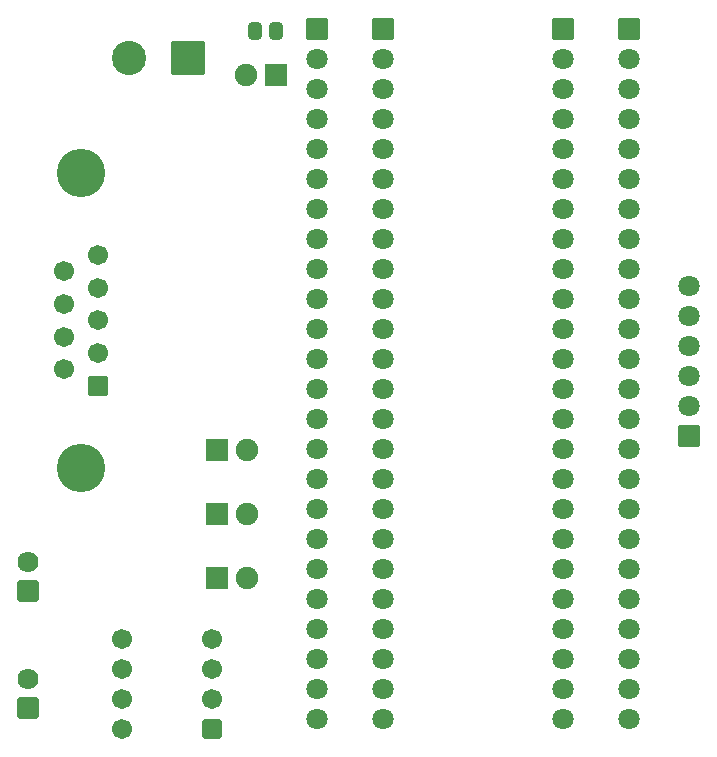
<source format=gbr>
%TF.GenerationSoftware,KiCad,Pcbnew,9.0.5*%
%TF.CreationDate,2025-10-05T13:45:15-05:00*%
%TF.ProjectId,ATO-Encoder-PCB,41544f2d-456e-4636-9f64-65722d504342,rev?*%
%TF.SameCoordinates,Original*%
%TF.FileFunction,Soldermask,Top*%
%TF.FilePolarity,Negative*%
%FSLAX46Y46*%
G04 Gerber Fmt 4.6, Leading zero omitted, Abs format (unit mm)*
G04 Created by KiCad (PCBNEW 9.0.5) date 2025-10-05 13:45:15*
%MOMM*%
%LPD*%
G01*
G04 APERTURE LIST*
G04 Aperture macros list*
%AMRoundRect*
0 Rectangle with rounded corners*
0 $1 Rounding radius*
0 $2 $3 $4 $5 $6 $7 $8 $9 X,Y pos of 4 corners*
0 Add a 4 corners polygon primitive as box body*
4,1,4,$2,$3,$4,$5,$6,$7,$8,$9,$2,$3,0*
0 Add four circle primitives for the rounded corners*
1,1,$1+$1,$2,$3*
1,1,$1+$1,$4,$5*
1,1,$1+$1,$6,$7*
1,1,$1+$1,$8,$9*
0 Add four rect primitives between the rounded corners*
20,1,$1+$1,$2,$3,$4,$5,0*
20,1,$1+$1,$4,$5,$6,$7,0*
20,1,$1+$1,$6,$7,$8,$9,0*
20,1,$1+$1,$8,$9,$2,$3,0*%
G04 Aperture macros list end*
%ADD10RoundRect,0.050800X0.900000X0.900000X-0.900000X0.900000X-0.900000X-0.900000X0.900000X-0.900000X0*%
%ADD11C,1.901600*%
%ADD12RoundRect,0.050800X-0.900000X-0.900000X0.900000X-0.900000X0.900000X0.900000X-0.900000X0.900000X0*%
%ADD13RoundRect,0.274780X-0.288520X-0.476020X0.288520X-0.476020X0.288520X0.476020X-0.288520X0.476020X0*%
%ADD14RoundRect,0.259072X1.191728X1.191728X-1.191728X1.191728X-1.191728X-1.191728X1.191728X-1.191728X0*%
%ADD15C,2.901600*%
%ADD16RoundRect,0.265875X0.584925X0.584925X-0.584925X0.584925X-0.584925X-0.584925X0.584925X-0.584925X0*%
%ADD17C,1.701600*%
%ADD18RoundRect,0.102000X-0.787500X0.787500X-0.787500X-0.787500X0.787500X-0.787500X0.787500X0.787500X0*%
%ADD19C,1.779000*%
%ADD20C,1.801600*%
%ADD21RoundRect,0.050800X-0.850000X-0.850000X0.850000X-0.850000X0.850000X0.850000X-0.850000X0.850000X0*%
%ADD22RoundRect,0.050800X0.850000X0.850000X-0.850000X0.850000X-0.850000X-0.850000X0.850000X-0.850000X0*%
%ADD23RoundRect,0.050800X-0.800000X0.800000X-0.800000X-0.800000X0.800000X-0.800000X0.800000X0.800000X0*%
%ADD24C,4.101600*%
G04 APERTURE END LIST*
D10*
%TO.C,D4*%
X155526326Y-56729615D03*
D11*
X152986326Y-56729615D03*
%TD*%
D12*
%TO.C,D3*%
X150450996Y-99271292D03*
D11*
X152990996Y-99271292D03*
%TD*%
D12*
%TO.C,D2*%
X150450996Y-93871292D03*
D11*
X152990996Y-93871292D03*
%TD*%
D12*
%TO.C,D1*%
X150450996Y-88471292D03*
D11*
X152990996Y-88471292D03*
%TD*%
D13*
%TO.C,R10*%
X153675000Y-53000000D03*
X155500000Y-53000000D03*
%TD*%
D14*
%TO.C,J5*%
X147999999Y-55237433D03*
D15*
X142999999Y-55237433D03*
%TD*%
D16*
%TO.C,IC1*%
X150078300Y-112054127D03*
D17*
X150078300Y-109514127D03*
X150078300Y-106974127D03*
X150078300Y-104434127D03*
X142458300Y-104434127D03*
X142458300Y-106974127D03*
X142458300Y-109514127D03*
X142458300Y-112054127D03*
%TD*%
D18*
%TO.C,J3*%
X134453300Y-100419127D03*
D19*
X134453300Y-97919127D03*
%TD*%
D20*
%TO.C,JP1*%
X158915663Y-111177632D03*
X158915663Y-108637632D03*
X158915663Y-106097632D03*
X158915663Y-103557632D03*
X158915663Y-101017632D03*
X158915663Y-98477632D03*
X158915663Y-95937632D03*
X158915663Y-93397632D03*
X158915663Y-90857632D03*
X158915663Y-88317632D03*
X158915663Y-85777632D03*
X158915663Y-83237632D03*
X158915663Y-80697632D03*
X158915663Y-78157632D03*
X158915663Y-75617632D03*
X158915663Y-73077632D03*
X158915663Y-70537632D03*
X158915663Y-67997632D03*
X158915663Y-65457632D03*
X158915663Y-62917632D03*
X158915663Y-60377632D03*
X158915663Y-57837632D03*
X158915663Y-55297632D03*
D21*
X158915663Y-52757632D03*
%TD*%
D20*
%TO.C,JP2*%
X185412783Y-111177632D03*
X185412783Y-108637632D03*
X185412783Y-106097632D03*
X185412783Y-103557632D03*
X185412783Y-101017632D03*
X185412783Y-98477632D03*
X185412783Y-95937632D03*
X185412783Y-93397632D03*
X185412783Y-90857632D03*
X185412783Y-88317632D03*
X185412783Y-85777632D03*
X185412783Y-83237632D03*
X185412783Y-80697632D03*
X185412783Y-78157632D03*
X185412783Y-75617632D03*
X185412783Y-73077632D03*
X185412783Y-70537632D03*
X185412783Y-67997632D03*
X185412783Y-65457632D03*
X185412783Y-62917632D03*
X185412783Y-60377632D03*
X185412783Y-57837632D03*
X185412783Y-55297632D03*
D21*
X185412783Y-52757632D03*
%TD*%
D18*
%TO.C,J2*%
X134453300Y-110301627D03*
D19*
X134453300Y-107801627D03*
%TD*%
D21*
%TO.C,U$1*%
X179789223Y-52757632D03*
D20*
X179789223Y-55297632D03*
X179789223Y-57837632D03*
X179789223Y-60377632D03*
X179789223Y-62917632D03*
X179789223Y-65457632D03*
X179789223Y-67997632D03*
X179789223Y-70537632D03*
X179789223Y-73077632D03*
X179789223Y-75617632D03*
X179789223Y-78157632D03*
X179789223Y-80697632D03*
X179789223Y-83237632D03*
X179789223Y-85777632D03*
X179789223Y-88317632D03*
X179789223Y-90857632D03*
X179789223Y-93397632D03*
X179789223Y-95937632D03*
X179789223Y-98477632D03*
X179789223Y-101017632D03*
X179789223Y-103557632D03*
X179789223Y-106097632D03*
X179789223Y-108637632D03*
X179789223Y-111177632D03*
X164549223Y-111177632D03*
X164549223Y-108637632D03*
X164549223Y-106097632D03*
X164549223Y-103557632D03*
X164549223Y-101017632D03*
X164549223Y-98477632D03*
X164549223Y-95937632D03*
X164549223Y-93397632D03*
X164549223Y-90857632D03*
X164549223Y-88317632D03*
X164549223Y-85777632D03*
X164549223Y-83237632D03*
X164549223Y-80697632D03*
X164549223Y-78157632D03*
X164549223Y-75617632D03*
X164549223Y-73077632D03*
X164549223Y-70537632D03*
X164549223Y-67997632D03*
X164549223Y-65457632D03*
X164549223Y-62917632D03*
X164549223Y-60377632D03*
X164549223Y-57837632D03*
X164549223Y-55297632D03*
D21*
X164549223Y-52757632D03*
%TD*%
D20*
%TO.C,J4*%
X190483771Y-74559001D03*
X190483771Y-77099001D03*
X190483771Y-79639001D03*
X190483771Y-82179001D03*
X190483771Y-84719001D03*
D22*
X190483771Y-87259001D03*
%TD*%
D17*
%TO.C,J1*%
X137547520Y-73310021D03*
X137547520Y-76080021D03*
X137547520Y-78850021D03*
X137547520Y-81620021D03*
X140387520Y-71925021D03*
X140387520Y-74695021D03*
X140387520Y-77465021D03*
X140387520Y-80235021D03*
D23*
X140387520Y-83005021D03*
D24*
X138967520Y-89965021D03*
X138967520Y-64965021D03*
%TD*%
M02*

</source>
